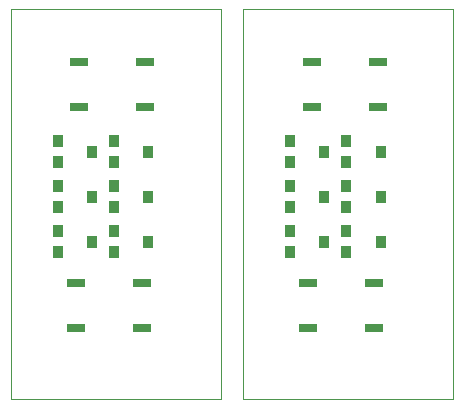
<source format=gtp>
G75*
G70*
%OFA0B0*%
%FSLAX25Y25*%
%IPPOS*%
%LPD*%
%AMOC8*
5,1,8,0,0,1.08239X$1,22.5*
%
%ADD19C,0.00000*%
%ADD20R,0.06000X0.03000*%
%ADD22R,0.03540X0.04330*%
X0010000Y0010000D02*
G75*
%LPD*%
D19*
X0010000Y0010000D02*
X0010000Y0139960D01*
X0079950Y0139960D01*
X0079950Y0010000D01*
X0010000Y0010000D01*
D22*
X0025540Y0058920D03*
X0025540Y0066080D03*
X0025540Y0073920D03*
X0025540Y0081080D03*
X0025540Y0088920D03*
X0025540Y0096080D03*
X0036960Y0092500D03*
X0044290Y0088920D03*
X0044290Y0096080D03*
X0044290Y0081080D03*
X0044290Y0073920D03*
X0044290Y0066080D03*
X0044290Y0058920D03*
X0036960Y0062500D03*
X0036960Y0077500D03*
X0055710Y0077500D03*
X0055710Y0062500D03*
X0055710Y0092500D03*
D20*
X0054750Y0107500D03*
X0054750Y0122500D03*
X0032750Y0122500D03*
X0032750Y0107500D03*
X0031500Y0048750D03*
X0031500Y0033750D03*
X0053500Y0033750D03*
X0053500Y0048750D03*
X0087450Y0010000D02*
G75*
%LPD*%
D19*
X0087450Y0010000D02*
X0087450Y0139960D01*
X0157400Y0139960D01*
X0157400Y0010000D01*
X0087450Y0010000D01*
D22*
X0102990Y0058920D03*
X0102990Y0066080D03*
X0102990Y0073920D03*
X0102990Y0081080D03*
X0102990Y0088920D03*
X0102990Y0096080D03*
X0114410Y0092500D03*
X0121740Y0088920D03*
X0121740Y0096080D03*
X0121740Y0081080D03*
X0121740Y0073920D03*
X0121740Y0066080D03*
X0121740Y0058920D03*
X0114410Y0062500D03*
X0114410Y0077500D03*
X0133160Y0077500D03*
X0133160Y0062500D03*
X0133160Y0092500D03*
D20*
X0132200Y0107500D03*
X0132200Y0122500D03*
X0110200Y0122500D03*
X0110200Y0107500D03*
X0108950Y0048750D03*
X0108950Y0033750D03*
X0130950Y0033750D03*
X0130950Y0048750D03*
M02*

</source>
